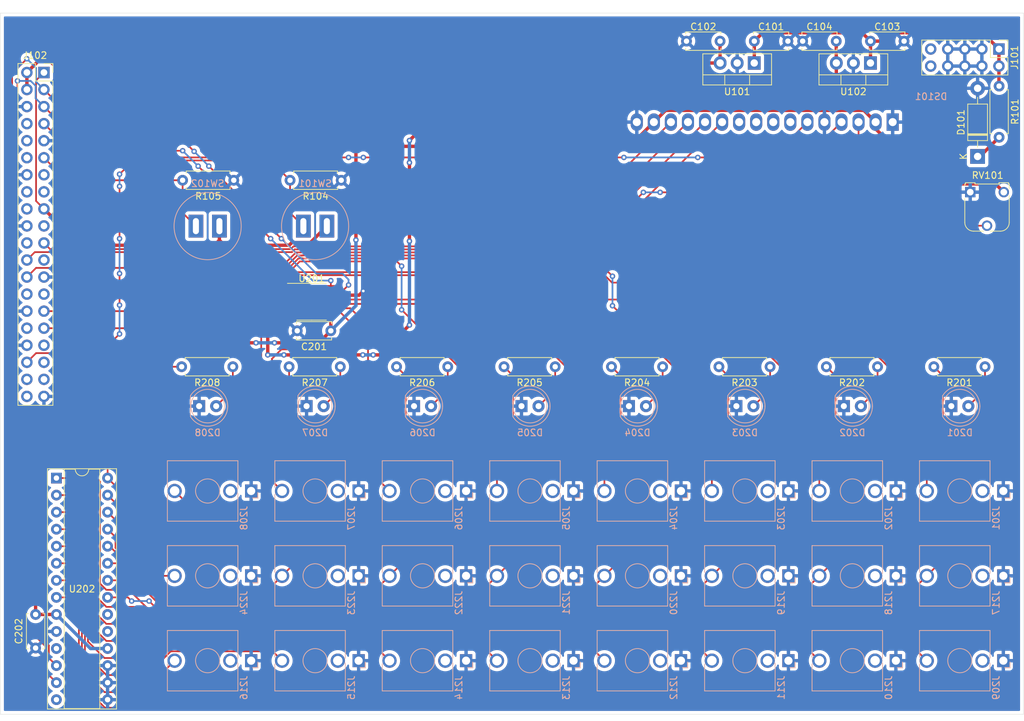
<source format=kicad_pcb>
(kicad_pcb (version 20211014) (generator pcbnew)
  (layers (0 "F.Cu" signal) (31 "B.Cu" signal) (34 "B.Paste" user) (35 "F.Paste" user) (36 "B.SilkS" user "B.Silkscreen") (37 "F.SilkS" user "F.Silkscreen") (38 "B.Mask" user) (39 "F.Mask" user) (44 "Edge.Cuts" user))
  (net 0 "")
  (net 1 "GND")
  (net 2 "+5V")
  (net 3 "Net-(D201-Pad2)")
  (net 4 "Net-(D202-Pad2)")
  (net 5 "Net-(D203-Pad2)")
  (net 6 "Net-(D204-Pad2)")
  (net 7 "Net-(D205-Pad2)")
  (net 8 "Net-(D206-Pad2)")
  (net 9 "Net-(D207-Pad2)")
  (net 10 "Net-(D208-Pad2)")
  (net 11 "Net-(DS101-Pad3)")
  (net 12 "Net-(DS101-Pad4)")
  (net 13 "Net-(DS101-Pad6)")
  (net 18 "Net-(DS101-Pad11)")
  (net 19 "Net-(DS101-Pad12)")
  (net 20 "Net-(DS101-Pad13)")
  (net 21 "Net-(DS101-Pad14)")
  (net 22 "+3V3")
  (net 23 "/Out/SDA")
  (net 24 "/Out/SCK")
  (net 27 "Net-(J102-Pad11)")
  (net 41 "Net-(J102-Pad36)")
  (net 46 "Net-(J201-PadT)")
  (net 48 "Net-(J202-PadT)")
  (net 50 "Net-(J203-PadT)")
  (net 52 "Net-(J204-PadT)")
  (net 54 "Net-(J205-PadT)")
  (net 56 "Net-(J206-PadT)")
  (net 58 "Net-(J207-PadT)")
  (net 60 "Net-(J208-PadT)")
  (net 62 "Net-(J209-PadT)")
  (net 64 "Net-(J210-PadT)")
  (net 66 "Net-(J211-PadT)")
  (net 68 "Net-(J212-PadT)")
  (net 70 "Net-(J213-PadT)")
  (net 72 "Net-(J214-PadT)")
  (net 74 "Net-(J215-PadT)")
  (net 76 "Net-(J216-PadT)")
  (net 78 "Net-(J217-PadT)")
  (net 80 "Net-(J218-PadT)")
  (net 82 "Net-(J219-PadT)")
  (net 84 "Net-(J220-PadT)")
  (net 86 "Net-(J221-PadT)")
  (net 88 "Net-(J222-PadT)")
  (net 90 "Net-(J223-PadT)")
  (net 92 "Net-(J224-PadT)")
  (net 97 "+12V")
  (net 98 "+5VA")
  (net 99 "Net-(D101-Pad1)")
  (footprint "Package_DIP:DIP-28_W7.62mm_Socket" (layer "F.Cu") (at 86.230491 115.501651)
    (fp_text reference "U202")
    (fp_text value "MCP23017_SP")
  )
  (footprint "Package_SO:TSSOP-16_4.4x5mm_P0.65mm" (layer "F.Cu") (at 124.230491 89.226651)
    (fp_text reference "U201")
    (fp_text value "DAC7578xPW")
  )
  (footprint "Package_TO_SOT_THT:TO-220-3_Vertical" (layer "F.Cu") (at 190.14 53.655 180)
    (fp_text reference "U101")
    (fp_text value "LM7805_TO220")
  )
  (footprint "Resistor_THT:R_Axial_DIN0207_L6.3mm_D2.5mm_P7.62mm_Horizontal" (layer "F.Cu") (at 160.500491 98.912366 180)
    (fp_text reference "R205")
    (fp_text value "1k")
  )
  (footprint "Resistor_THT:R_Axial_DIN0207_L6.3mm_D2.5mm_P7.62mm_Horizontal" (layer "F.Cu") (at 226.6 57.1 -90)
    (fp_text reference "R101")
    (fp_text value "10")
  )
  (footprint "Capacitor_THT:C_Disc_D5.0mm_W2.5mm_P5.00mm" (layer "F.Cu") (at 185.05 50.4 180)
    (fp_text reference "C102")
    (fp_text value "1u")
  )
  (footprint "Resistor_THT:R_Axial_DIN0207_L6.3mm_D2.5mm_P7.62mm_Horizontal" (layer "F.Cu") (at 112.500491 98.912366 180)
    (fp_text reference "R208")
    (fp_text value "1k")
  )
  (footprint "Resistor_THT:R_Axial_DIN0207_L6.3mm_D2.5mm_P7.62mm_Horizontal" (layer "F.Cu") (at 144.500491 98.912366 180)
    (fp_text reference "R206")
    (fp_text value "1k")
  )
  (footprint "Resistor_THT:R_Axial_DIN0207_L6.3mm_D2.5mm_P7.62mm_Horizontal" (layer "F.Cu") (at 128.500491 98.912366 180)
    (fp_text reference "R207")
    (fp_text value "1k")
  )
  (footprint "Custom:Potentiometer_Runtron_RM-065_Vertical_Improved" (layer "F.Cu") (at 222.3 72.9)
    (fp_text reference "RV101")
    (fp_text value "10k")
  )
  (footprint "Resistor_THT:R_Axial_DIN0207_L6.3mm_D2.5mm_P7.62mm_Horizontal" (layer "F.Cu") (at 224.500491 98.912366 180)
    (fp_text reference "R201")
    (fp_text value "1k")
  )
  (footprint "Resistor_THT:R_Axial_DIN0207_L6.3mm_D2.5mm_P7.62mm_Horizontal" (layer "F.Cu") (at 192.500491 98.912366 180)
    (fp_text reference "R203")
    (fp_text value "1k")
  )
  (footprint "Resistor_THT:R_Axial_DIN0207_L6.3mm_D2.5mm_P7.62mm_Horizontal" (layer "F.Cu") (at 128.640491 71.126651 180)
    (fp_text reference "R104")
    (fp_text value "1k")
  )
  (footprint "Resistor_THT:R_Axial_DIN0207_L6.3mm_D2.5mm_P7.62mm_Horizontal" (layer "F.Cu") (at 176.500491 98.912366 180)
    (fp_text reference "R204")
    (fp_text value "1k")
  )
  (footprint "Capacitor_THT:C_Disc_D5.0mm_W2.5mm_P5.00mm" (layer "F.Cu") (at 190.15 50.4)
    (fp_text reference "C101")
    (fp_text value "1u")
  )
  (footprint "Package_TO_SOT_THT:TO-220-3_Vertical" (layer "F.Cu") (at 207.44 53.655 180)
    (fp_text reference "U102")
    (fp_text value "LM7805_TO220")
  )
  (footprint "Capacitor_THT:C_Disc_D5.0mm_W2.5mm_P5.00mm" (layer "F.Cu") (at 202.35 50.4 180)
    (fp_text reference "C104")
    (fp_text value "1u")
  )
  (footprint "Capacitor_THT:C_Disc_D5.0mm_W2.5mm_P5.00mm" (layer "F.Cu") (at 207.45 50.4)
    (fp_text reference "C103")
    (fp_text value "1u")
  )
  (footprint "Capacitor_THT:C_Disc_D5.0mm_W2.5mm_P5.00mm" (layer "F.Cu") (at 83.130491 140.826651 90)
    (fp_text reference "C202")
    (fp_text value "0.1u")
  )
  (footprint "Connector_PinHeader_2.54mm:PinHeader_2x05_P2.54mm_Vertical" (layer "F.Cu") (at 226.575 51.575 -90)
    (fp_text reference "J101")
    (fp_text value "Conn_02x05_Odd_Even")
  )
  (footprint "Resistor_THT:R_Axial_DIN0207_L6.3mm_D2.5mm_P7.62mm_Horizontal" (layer "F.Cu") (at 112.640491 71.126651 180)
    (fp_text reference "R105")
    (fp_text value "1k")
  )
  (footprint "Diode_THT:D_DO-41_SOD81_P10.16mm_Horizontal" (layer "F.Cu") (at 223.4 67.58 90)
    (fp_text reference "D101")
    (fp_text value "1N5819")
  )
  (footprint "Capacitor_THT:C_Disc_D5.0mm_W2.5mm_P5.00mm" (layer "F.Cu") (at 122.090491 93.556651)
    (fp_text reference "C201")
    (fp_text value "0.1u")
  )
  (footprint "Resistor_THT:R_Axial_DIN0207_L6.3mm_D2.5mm_P7.62mm_Horizontal" (layer "F.Cu") (at 208.500491 98.912366 180)
    (fp_text reference "R202")
    (fp_text value "1k")
  )
  (footprint "Custom:Raspberry_Pi_Zero_Socketed_THT_FaceDown" (layer "F.Cu") (at 84.375491 55.071651)
    (fp_text reference "J102")
    (fp_text value "Raspberry_Pi_2_3")
  )
  (footprint "Connector_Audio:Jack_3.5mm_QingPu_WQP-PJ398SM_Vertical_CircularHoles" (layer "B.Cu") (at 179.230491 117.426651 90)
    (fp_text reference "J204")
    (fp_text value "AudioJack2_SwitchT")
  )
  (footprint "Connector_Audio:Jack_3.5mm_QingPu_WQP-PJ398SM_Vertical_CircularHoles" (layer "B.Cu") (at 163.230491 130.069508 90)
    (fp_text reference "J221")
    (fp_text value "AudioJack2_SwitchT")
  )
  (footprint "LED_THT:LED_D5.0mm" (layer "B.Cu") (at 171.480491 104.783794)
    (fp_text reference "D204")
    (fp_text value "LED")
  )
  (footprint "Connector_Audio:Jack_3.5mm_QingPu_WQP-PJ398SM_Vertical_CircularHoles" (layer "B.Cu") (at 131.230491 130.069508 90)
    (fp_text reference "J223")
    (fp_text value "AudioJack2_SwitchT")
  )
  (footprint "Connector_Audio:Jack_3.5mm_QingPu_WQP-PJ398SM_Vertical_CircularHoles" (layer "B.Cu") (at 179.230491 130.069508 90)
    (fp_text reference "J220")
    (fp_text value "AudioJack2_SwitchT")
  )
  (footprint "Connector_Audio:Jack_3.5mm_QingPu_WQP-PJ398SM_Vertical_CircularHoles" (layer "B.Cu") (at 179.230491 142.712365 90)
    (fp_text reference "J212")
    (fp_text value "AudioJack2_SwitchT")
  )
  (footprint "Connector_Audio:Jack_3.5mm_QingPu_WQP-PJ398SM_Vertical_CircularHoles" (layer "B.Cu") (at 163.230491 142.712365 90)
    (fp_text reference "J213")
    (fp_text value "AudioJack2_SwitchT")
  )
  (footprint "Connector_Audio:Jack_3.5mm_QingPu_WQP-PJ398SM_Vertical_CircularHoles" (layer "B.Cu") (at 227.230491 130.069508 90)
    (fp_text reference "J217")
    (fp_text value "AudioJack2_SwitchT")
  )
  (footprint "Connector_Audio:Jack_3.5mm_QingPu_WQP-PJ398SM_Vertical_CircularHoles" (layer "B.Cu") (at 195.230491 142.712365 90)
    (fp_text reference "J211")
    (fp_text value "AudioJack2_SwitchT")
  )
  (footprint "Connector_Audio:Jack_3.5mm_QingPu_WQP-PJ398SM_Vertical_CircularHoles" (layer "B.Cu") (at 163.230491 117.426651 90)
    (fp_text reference "J205")
    (fp_text value "AudioJack2_SwitchT")
  )
  (footprint "LED_THT:LED_D5.0mm" (layer "B.Cu") (at 155.480491 104.783794)
    (fp_text reference "D205")
    (fp_text value "LED")
  )
  (footprint "Connector_Audio:Jack_3.5mm_QingPu_WQP-PJ398SM_Vertical_CircularHoles" (layer "B.Cu") (at 211.230491 130.069508 90)
    (fp_text reference "J218")
    (fp_text value "AudioJack2_SwitchT")
  )
  (footprint "LED_THT:LED_D5.0mm" (layer "B.Cu") (at 123.480491 104.783794)
    (fp_text reference "D207")
    (fp_text value "LED")
  )
  (footprint "Custom:PBS-105" (layer "B.Cu") (at 124.750491 77.962365 180)
    (fp_text reference "SW101")
    (fp_text value "SW_SPST")
  )
  (footprint "Connector_Audio:Jack_3.5mm_QingPu_WQP-PJ398SM_Vertical_CircularHoles" (layer "B.Cu") (at 115.230491 142.712365 90)
    (fp_text reference "J216")
    (fp_text value "AudioJack2_SwitchT")
  )
  (footprint "Connector_Audio:Jack_3.5mm_QingPu_WQP-PJ398SM_Vertical_CircularHoles" (layer "B.Cu") (at 227.230491 117.426651 90)
    (fp_text reference "J201")
    (fp_text value "AudioJack2_SwitchT")
  )
  (footprint "LED_THT:LED_D5.0mm" (layer "B.Cu") (at 219.480491 104.783794)
    (fp_text reference "D201")
    (fp_text value "LED")
  )
  (footprint "Connector_Audio:Jack_3.5mm_QingPu_WQP-PJ398SM_Vertical_CircularHoles" (layer "B.Cu") (at 131.230491 142.712365 90)
    (fp_text reference "J215")
    (fp_text value "AudioJack2_SwitchT")
  )
  (footprint "Connector_Audio:Jack_3.5mm_QingPu_WQP-PJ398SM_Vertical_CircularHoles" (layer "B.Cu") (at 131.230491 117.426651 90)
    (fp_text reference "J207")
    (fp_text value "AudioJack2_SwitchT")
  )
  (footprint "Connector_Audio:Jack_3.5mm_QingPu_WQP-PJ398SM_Vertical_CircularHoles" (layer "B.Cu") (at 211.230491 142.712365 90)
    (fp_text reference "J210")
    (fp_text value "AudioJack2_SwitchT")
  )
  (footprint "Connector_Audio:Jack_3.5mm_QingPu_WQP-PJ398SM_Vertical_CircularHoles" (layer "B.Cu") (at 147.230491 117.426651 90)
    (fp_text reference "J206")
    (fp_text value "AudioJack2_SwitchT")
  )
  (footprint "Connector_Audio:Jack_3.5mm_QingPu_WQP-PJ398SM_Vertical_CircularHoles" (layer "B.Cu") (at 115.230491 130.069508 90)
    (fp_text reference "J224")
    (fp_text value "AudioJack2_SwitchT")
  )
  (footprint "Connector_Audio:Jack_3.5mm_QingPu_WQP-PJ398SM_Vertical_CircularHoles" (layer "B.Cu") (at 115.230491 117.426651 90)
    (fp_text reference "J208")
    (fp_text value "AudioJack2_SwitchT")
  )
  (footprint "Connector_Audio:Jack_3.5mm_QingPu_WQP-PJ398SM_Vertical_CircularHoles" (layer "B.Cu") (at 211.230491 117.426651 90)
    (fp_text reference "J202")
    (fp_text value "AudioJack2_SwitchT")
  )
  (footprint "Connector_Audio:Jack_3.5mm_QingPu_WQP-PJ398SM_Vertical_CircularHoles" (layer "B.Cu") (at 147.230491 142.712365 90)
    (fp_text reference "J214")
    (fp_text value "AudioJack2_SwitchT")
  )
  (footprint "Connector_Audio:Jack_3.5mm_QingPu_WQP-PJ398SM_Vertical_CircularHoles" (layer "B.Cu") (at 195.230491 117.426651 90)
    (fp_text reference "J203")
    (fp_text value "AudioJack2_SwitchT")
  )
  (footprint "Connector_Audio:Jack_3.5mm_QingPu_WQP-PJ398SM_Vertical_CircularHoles" (layer "B.Cu") (at 147.230491 130.069508 90)
    (fp_text reference "J222")
    (fp_text value "AudioJack2_SwitchT")
  )
  (footprint "Custom:PBS-105" (layer "B.Cu") (at 108.750491 77.962365 180)
    (fp_text reference "SW102")
    (fp_text value "SW_SPST")
  )
  (footprint "Connector_Audio:Jack_3.5mm_QingPu_WQP-PJ398SM_Vertical_CircularHoles" (layer "B.Cu") (at 195.230491 130.069508 90)
    (fp_text reference "J219")
    (fp_text value "AudioJack2_SwitchT")
  )
  (footprint "LED_THT:LED_D5.0mm" (layer "B.Cu") (at 107.480491 104.783794)
    (fp_text reference "D208")
    (fp_text value "LED")
  )
  (footprint "LED_THT:LED_D5.0mm" (layer "B.Cu") (at 187.480491 104.783794)
    (fp_text reference "D203")
    (fp_text value "LED")
  )
  (footprint "Custom:WC1602A_Outline" (layer "B.Cu") (at 210.751391 62.462366 180)
    (fp_text reference "DS101")
    (fp_text value "WC1602A")
  )
  (footprint "LED_THT:LED_D5.0mm" (layer "B.Cu") (at 139.480491 104.783794)
    (fp_text reference "D206")
    (fp_text value "LED")
  )
  (footprint "LED_THT:LED_D5.0mm" (layer "B.Cu") (at 203.480491 104.783794)
    (fp_text reference "D202")
    (fp_text value "LED")
  )
  (footprint "Connector_Audio:Jack_3.5mm_QingPu_WQP-PJ398SM_Vertical_CircularHoles" (layer "B.Cu") (at 227.230491 142.712365 90)
    (fp_text reference "J209")
    (fp_text value "AudioJack2_SwitchT")
  )
  (gr_line (start 77.900491 150.712365) (end 230.230491 150.712365) (layer "Edge.Cuts") (width 0.05))
  (gr_line (start 230.230491 46.212365) (end 230.230491 150.712365) (layer "Edge.Cuts") (width 0.05))
  (gr_line (start 77.900491 46.212365) (end 230.230491 46.212365) (layer "Edge.Cuts") (width 0.05))
  (gr_line (start 77.900491 46.212365) (end 77.900491 150.712365) (layer "Edge.Cuts") (width 0.05))
  (segment (start 125.455491 88.251651) (end 124.930491 87.726651) (width 0.5) (layer "F.Cu") (net 1))
  (segment (start 131.305491 88.251651) (end 127.092991 88.251651) (width 0.5) (layer "F.Cu") (net 1))
  (segment (start 124.930491 87.726651) (end 124.405491 88.251651) (width 0.5) (layer "F.Cu") (net 1))
  (segment (start 124.155491 86.951651) (end 121.367991 86.951651) (width 0.5) (layer "F.Cu") (net 1))
  (segment (start 127.092991 88.251651) (end 125.455491 88.251651) (width 0.5) (layer "F.Cu") (net 1))
  (segment (start 124.205491 88.251651) (end 123.221899 88.251651) (width 0.5) (layer "F.Cu") (net 1))
  (segment (start 125.455491 88.251651) (end 124.205491 88.251651) (width 0.5) (layer "F.Cu") (net 1))
  (segment (start 131.930491 87.626651) (end 131.305491 88.251651) (width 0.5) (layer "F.Cu") (net 1))
  (segment (start 124.930491 87.726651) (end 124.155491 86.951651) (width 0.5) (layer "F.Cu") (net 1))
  (segment (start 124.405491 88.251651) (end 124.205491 88.251651) (width 0.5) (layer "F.Cu") (net 1))
  (segment (start 122.522379 87.552131) (end 121.367991 87.552131) (width 0.5) (layer "F.Cu") (net 1))
  (segment (start 123.221899 88.251651) (end 122.522379 87.552131) (width 0.5) (layer "F.Cu") (net 1))
  (via (at 131.930491 87.626651) (size 0.8) (drill 0.4) (layers "F.Cu" "B.Cu") (net 1))
  (segment (start 134.130491 89.426651) (end 128.75098 94.806162) (width 0.5) (layer "B.Cu") (net 1))
  (segment (start 128.75098 94.806162) (end 123.340002 94.806162) (width 0.5) (layer "B.Cu") (net 1))
  (segment (start 131.930491 87.626651) (end 133.330491 87.626651) (width 0.5) (layer "B.Cu") (net 1))
  (segment (start 133.330491 87.626651) (end 134.130491 88.426651) (width 0.5) (layer "B.Cu") (net 1))
  (segment (start 134.130491 88.426651) (end 134.130491 89.426651) (width 0.5) (layer "B.Cu") (net 1))
  (segment (start 123.340002 94.806162) (end 122.090491 93.556651) (width 0.5) (layer "B.Cu") (net 1))
  (segment (start 130.830491 66.125673) (end 130.880002 66.076162) (width 0.5) (layer "F.Cu") (net 2))
  (segment (start 130.180002 66.076162) (end 130.080002 66.076162) (width 0.5) (layer "F.Cu") (net 2))
  (segment (start 83.507142 53.4) (end 85.302862 53.4) (width 0.5) (layer "F.Cu") (net 2))
  (segment (start 130.880002 66.076162) (end 130.080002 66.076162) (width 0.5) (layer "F.Cu") (net 2))
  (segment (start 101.130491 95.519509) (end 101.2 95.45) (width 0.5) (layer "F.Cu") (net 2))
  (segment (start 202.36 59.86) (end 202.36 60.11) (width 0.5) (layer "F.Cu") (net 2))
  (segment (start 202.36 60.16) (end 202.34 60.16) (width 0.5) (layer "F.Cu") (net 2))
  (segment (start 83.130491 135.826651) (end 83.130491 113.526651) (width 0.5) (layer "F.Cu") (net 2))
  (segment (start 201.787154 60.712846) (end 202.387154 60.712846) (width 0.5) (layer "F.Cu") (net 2))
  (segment (start 101.3 95.35) (end 115.95 95.35) (width 0.5) (layer "F.Cu") (net 2))
  (segment (start 122.232629 88.251651) (end 125.482629 91.501651) (width 0.5) (layer "F.Cu") (net 2))
  (segment (start 208.211391 62.462366) (end 208.211391 63.462366) (width 0.5) (layer "F.Cu") (net 2))
  (segment (start 202.36 59.86) (end 202.36 60.16) (width 0.5) (layer "F.Cu") (net 2))
  (segment (start 175.191391 62.462366) (end 171.577595 66.076162) (width 0.5) (layer "F.Cu") (net 2))
  (segment (start 202.35 50.4) (end 202.35 53.645) (width 0.5) (layer "F.Cu") (net 2))
  (segment (start 101.130491 95.526651) (end 101.130491 95.519509) (width 0.5) (layer "F.Cu") (net 2))
  (segment (start 171.577595 66.076162) (end 131.48098 66.076162) (width 0.5) (layer "F.Cu") (net 2))
  (segment (start 226.075489 71.675489) (end 227.3 72.9) (width 0.5) (layer "F.Cu") (net 2))
  (segment (start 202.962846 60.712846) (end 206.461871 60.712846) (width 0.5) (layer "F.Cu") (net 2))
  (segment (start 130.830491 80.026651) (end 130.830491 66.726651) (width 0.5) (layer "F.Cu") (net 2))
  (segment (start 127.090491 93.556651) (end 127.090491 91.504151) (width 0.5) (layer "F.Cu") (net 2))
  (segment (start 176.940911 60.712846) (end 175.191391 62.462366) (width 0.5) (layer "F.Cu") (net 2))
  (segment (start 202.36 60.685692) (end 202.387154 60.712846) (width 0.5) (layer "F.Cu") (net 2))
  (segment (start 113.99384 63.9) (end 116.170002 66.076162) (width 0.5) (layer "F.Cu") (net 2))
  (segment (start 125.482629 91.501651) (end 127.092991 91.501651) (width 0.5) (layer "F.Cu") (net 2))
  (segment (start 121.367991 88.251651) (end 122.232629 88.251651) (width 0.5) (layer "F.Cu") (net 2))
  (segment (start 206.461871 60.712846) (end 208.211391 62.462366) (width 0.5) (layer "F.Cu") (net 2))
  (segment (start 101.2 95.45) (end 101.3 95.35) (width 0.5) (layer "F.Cu") (net 2))
  (segment (start 130.830491 66.726651) (end 130.180002 66.076162) (width 0.5) (layer "F.Cu") (net 2))
  (segment (start 85.302862 53.4) (end 95.802862 63.9) (width 0.5) (layer "F.Cu") (net 2))
  (segment (start 125.297142 95.35) (end 127.090491 93.556651) (width 0.5) (layer "F.Cu") (net 2))
  (segment (start 130.830491 66.726651) (end 131.48098 66.076162) (width 0.5) (layer "F.Cu") (net 2))
  (segment (start 81.835491 55.071651) (end 81.835491 57.611651) (width 0.5) (layer "F.Cu") (net 2))
  (segment (start 118.7 95.35) (end 125.297142 95.35) (width 0.5) (layer "F.Cu") (net 2))
  (segment (start 83.130491 113.526651) (end 100.630491 96.026651) (width 0.5) (layer "F.Cu") (net 2))
  (segment (start 131.48098 66.076162) (end 130.880002 66.076162) (width 0.5) (layer "F.Cu") (net 2))
  (segment (start 116.170002 66.076162) (end 130.080002 66.076162) (width 0.5) (layer "F.Cu") (net 2))
  (segment (start 208.211391 63.462366) (end 216.424514 71.675489) (width 0.5) (layer "F.Cu") (net 2))
  (segment (start 202.34 60.16) (end 201.787154 60.712846) (width 0.5) (layer "F.Cu") (net 2))
  (segment (start 176.940911 60.712846) (end 201.787154 60.712846) (width 0.5) (layer "F.Cu") (net 2))
  (segment (start 202.36 60.11) (end 202.962846 60.712846) (width 0.5) (layer "F.Cu") (net 2))
  (segment (start 202.36 53.655) (end 202.36 59.86) (width 0.5) (layer "F.Cu") (net 2))
  (segment (start 202.387154 60.712846) (end 202.962846 60.712846) (width 0.5) (layer "F.Cu") (net 2))
  (segment (start 83.130491 135.826651) (end 86.225491 135.826651) (width 0.5) (layer "F.Cu") (net 2))
  (segment (start 86.225491 135.826651) (end 86.230491 135.821651) (width 0.5) (layer "F.Cu") (net 2))
  (segment (start 202.35 53.645) (end 202.36 53.655) (width 0.5) (layer "F.Cu") (net 2))
  (segment (start 95.802862 63.9) (end 113.99384 63.9) (width 0.5) (layer "F.Cu") (net 2))
  (segment (start 130.830491 66.726651) (end 130.830491 66.125673) (width 0.5) (layer "F.Cu") (net 2))
  (segment (start 127.090491 91.504151) (end 127.092991 91.501651) (width 0.5) (layer "F.Cu") (net 2))
  (segment (start 100.630491 96.026651) (end 101.130491 95.526651) (width 0.5) (layer "F.Cu") (net 2))
  (segment (start 81.835491 55.071651) (end 83.507142 53.4) (width 0.5) (layer "F.Cu") (net 2))
  (segment (start 202.36 60.16) (end 202.36 60.685692) (width 0.5) (layer "F.Cu") (net 2))
  (segment (start 216.424514 71.675489) (end 226.075489 71.675489) (width 0.5) (layer "F.Cu") (net 2))
  (via (at 115.95 95.35) (size 0.8) (drill 0.4) (layers "F.Cu" "B.Cu") (net 2))
  (via (at 118.7 95.35) (size 0.8) (drill 0.4) (layers "F.Cu" "B.Cu") (net 2))
  (via (at 130.830491 80.026651) (size 0.8) (drill 0.4) (layers "F.Cu" "B.Cu") (net 2))
  (segment (start 91.310491 140.901651) (end 86.230491 135.821651) (width 0.5) (layer "B.Cu") (net 2))
  (segment (start 130.830491 89.816651) (end 130.830491 88.726651) (width 0.5) (layer "B.Cu") (net 2))
  (segment (start 130.830491 88.726651) (end 130.830491 80.026651) (width 0.5) (layer "B.Cu") (net 2))
  (segment (start 127.090491 93.556651) (end 130.830491 89.816651) (width 0.5) (layer "B.Cu") (net 2))
  (segment (start 93.850491 140.901651) (end 91.310491 140.901651) (width 0.5) (layer "B.Cu") (net 2))
  (segment (start 115.95 95.35) (end 118.7 95.35) (width 0.5) (layer "B.Cu") (net 2))
  (segment (start 224.500491 98.912366) (end 224.500491 102.303794) (width 0.25) (layer "F.Cu") (net 3))
  (segment (start 224.500491 102.303794) (end 222.020491 104.783794) (width 0.25) (layer "F.Cu") (net 3))
  (segment (start 208.500491 98.912366) (end 208.500491 102.303794) (width 0.25) (layer "F.Cu") (net 4))
  (segment (start 208.500491 102.303794) (end 206.020491 104.783794) (width 0.25) (layer "F.Cu") (net 4))
  (segment (start 192.500491 102.303794) (end 190.020491 104.783794) (width 0.25) (layer "F.Cu") (net 5))
  (segment (start 192.500491 98.912366) (end 192.500491 102.303794) (width 0.25) (layer "F.Cu") (net 5))
  (segment (start 176.500491 98.912366) (end 176.500491 102.303794) (width 0.25) (layer "F.Cu") (net 6))
  (segment (start 176.500491 102.303794) (end 174.020491 104.783794) (width 0.25) (layer "F.Cu") (net 6))
  (segment (start 160.500491 98.912366) (end 160.500491 102.303794) (width 0.25) (layer "F.Cu") (net 7))
  (segment (start 160.500491 102.303794) (end 158.020491 104.783794) (width 0.25) (layer "F.Cu") (net 7))
  (segment (start 144.500491 102.303794) (end 142.020491 104.783794) (width 0.25) (layer "F.Cu") (net 8))
  (segment (start 144.500491 98.912366) (end 144.500491 102.303794) (width 0.25) (layer "F.Cu") (net 8))
  (segment (start 128.500491 98.912366) (end 128.500491 102.303794) (width 0.25) (layer "F.Cu") (net 9))
  (segment (start 128.500491 102.303794) (end 126.020491 104.783794) (width 0.25) (layer "F.Cu") (net 9))
  (segment (start 112.500491 98.912366) (end 112.500491 102.303794) (width 0.25) (layer "F.Cu") (net 10))
  (segment (start 112.500491 102.303794) (end 110.020491 104.783794) (width 0.25) (layer "F.Cu") (net 10))
  (segment (start 205.671391 62.462366) (end 205.671391 65.671391) (width 0.25) (layer "F.Cu") (net 11))
  (segment (start 205.671391 65.671391) (end 217.9 77.9) (width 0.25) (layer "F.Cu") (net 11))
  (segment (start 217.9 77.9) (end 224.8 77.9) (width 0.25) (layer "F.Cu") (net 11))
  (segment (start 160.330491 82.327611) (end 164.229531 82.327611) (width 0.25) (layer "F.Cu") (net 12))
  (segment (start 122.087621 82.326651) (end 122.840491 82.326651) (width 0.25) (layer "F.Cu") (net 12))
  (segment (start 122.840491 82.326651) (end 122.841451 82.327611) (width 0.25) (layer "F.Cu") (net 12))
  (segment (start 176.130491 72.926651) (end 192.667106 72.926651) (width 0.25) (layer "F.Cu") (net 12))
  (segment (start 84.375491 90.631651) (end 113.782622 90.631651) (width 0.25) (layer "F.Cu") (net 12))
  (segment (start 114.889056 89.525216) (end 122.087621 82.326651) (width 0.25) (layer "F.Cu") (net 12))
  (segment (start 122.841451 82.327611) (end 160.330491 82.327611) (width 0.25) (layer "F.Cu") (net 12))
  (segment (start 113.782622 90.631651) (end 114.889056 89.525216) (width 0.25) (layer "F.Cu") (net 12))
  (segment (start 164.229531 82.327611) (end 173.630491 72.926651) (width 0.25) (layer "F.Cu") (net 12))
  (segment (start 192.667106 72.926651) (end 203.131391 62.462366) (width 0.25) (layer "F.Cu") (net 12))
  (via (at 176.130491 72.926651) (size 0.8) (drill 0.4) (layers "F.Cu" "B.Cu") (net 12))
  (via (at 173.630491 72.926651) (size 0.8) (drill 0.4) (layers "F.Cu" "B.Cu") (net 12))
  (segment (start 173.630491 72.926651) (end 176.130491 72.926651) (width 0.25) (layer "B.Cu") (net 12))
  (segment (start 129.730491 67.726651) (end 89.410491 67.726651) (width 0.25) (layer "F.Cu") (net 13))
  (segment (start 170.730491 67.726651) (end 131.930491 67.726651) (width 0.25) (layer "F.Cu") (net 13))
  (segment (start 192.787106 67.726651) (end 198.051391 62.462366) (width 0.25) (layer "F.Cu") (net 13))
  (segment (start 84.375491 62.691651) (end 89.410491 67.726651) (width 0.25) (layer "F.Cu") (net 13))
  (segment (start 181.730491 67.726651) (end 192.787106 67.726651) (width 0.25) (layer "F.Cu") (net 13))
  (via (at 131.930491 67.726651) (size 0.8) (drill 0.4) (layers "F.Cu" "B.Cu") (net 13))
  (via (at 170.730491 67.726651) (size 0.8) (drill 0.4) (layers "F.Cu" "B.Cu") (net 13))
  (via (at 181.730491 67.726651) (size 0.8) (drill 0.4) (layers "F.Cu" "B.Cu") (net 13))
  (via (at 129.730491 67.726651) (size 0.8) (drill 0.4) (layers "F.Cu" "B.Cu") (net 13))
  (segment (start 170.730491 67.726651) (end 181.730491 67.726651) (width 0.25) (layer "B.Cu") (net 13))
  (segment (start 131.930491 67.726651) (end 129.730491 67.726651) (width 0.25) (layer "B.Cu") (net 13))
  (segment (start 165.036626 82.777131) (end 185.351391 62.462366) (width 0.25) (layer "F.Cu") (net 18))
  (segment (start 122.272859 82.777131) (end 165.036626 82.777131) (width 0.25) (layer "F.Cu") (net 18))
  (segment (start 111.87834 93.171651) (end 122.272859 82.777131) (width 0.25) (layer "F.Cu") (net 18))
  (segment (start 84.375491 93.171651) (end 111.87834 93.171651) (width 0.25) (layer "F.Cu") (net 18))
  (segment (start 122.951451 81.878091) (end 163.395666 81.878091) (width 0.25) (layer "F.Cu") (net 19))
  (segment (start 122.950491 81.877131) (end 122.951451 81.878091) (width 0.25) (layer "F.Cu") (net 19))
  (segment (start 83.20098 84.186162) (end 119.592392 84.186162) (width 0.25) (layer "F.Cu") (net 19))
  (segment (start 81.835491 85.551651) (end 83.20098 84.186162) (width 0.25) (layer "F.Cu") (net 19))
  (segment (start 119.592392 84.186162) (end 121.901424 81.877131) (width 0.25) (layer "F.Cu") (net 19))
  (segment (start 163.395666 81.878091) (end 182.811391 62.462366) (width 0.25) (layer "F.Cu") (net 19))
  (segment (start 121.901424 81.877131) (end 122.950491 81.877131) (width 0.25) (layer "F.Cu") (net 19))
  (segment (start 155.520491 81.428571) (end 161.305186 81.428571) (width 0.25) (layer "F.Cu") (net 20))
  (segment (start 161.305186 81.428571) (end 180.271391 62.462366) (width 0.25) (layer "F.Cu") (net 20))
  (segment (start 121.305697 81.83714) (end 121.715227 81.427611) (width 0.25) (layer "F.Cu") (net 20))
  (segment (start 81.835491 83.011651) (end 83.010002 81.83714) (width 0.25) (layer "F.Cu") (net 20))
  (segment (start 83.010002 81.83714) (end 121.305697 81.83714) (width 0.25) (layer "F.Cu") (net 20))
  (segment (start 121.715227 81.427611) (end 155.519531 81.427611) (width 0.25) (layer "F.Cu") (net 20))
  (segment (start 155.519531 81.427611) (end 155.520491 81.428571) (width 0.25) (layer "F.Cu") (net 20))
  (segment (start 85.46098 81.387131) (end 87.990002 81.387131) (width 0.25) (layer "F.Cu") (net 21))
  (segment (start 84.375491 80.471651) (end 85.29146 81.38762) (width 0.25) (layer "F.Cu") (net 21))
  (segment (start 87.990491 81.38762) (end 121.1195 81.38762) (width 0.25) (layer "F.Cu") (net 21))
  (segment (start 85.460491 81.38762) (end 85.46098 81.387131) (width 0.25) (layer "F.Cu") (net 21))
  (segment (start 87.990002 81.387131) (end 87.990491 81.38762) (width 0.25) (layer "F.Cu") (net 21))
  (segment (start 159.215666 80.978091) (end 177.731391 62.462366) (width 0.25) (layer "F.Cu") (net 21))
  (segment (start 122.560491 80.978091) (end 159.215666 80.978091) (width 0.25) (layer "F.Cu") (net 21))
  (segment (start 121.1195 81.38762) (end 121.529028 80.978092) (width 0.25) (layer "F.Cu") (net 21))
  (segment (start 121.529028 80.978092) (end 122.560491 80.978091) (width 0.25) (layer "F.Cu") (net 21))
  (segment (start 85.29146 81.38762) (end 85.460491 81.38762) (width 0.25) (layer "F.Cu") (net 21))
  (segment (start 120.881527 80.8131) (end 111.56694 80.8131) (width 0.5) (layer "F.Cu") (net 22))
  (segment (start 110.51694 80.8131) (end 109.74694 80.8131) (width 0.5) (layer "F.Cu") (net 22))
  (segment (start 110.493389 80.066651) (end 109.74694 80.8131) (width 0.5) (layer "F.Cu") (net 22))
  (segment (start 121.291053 80.403573) (end 120.881527 80.8131) (width 0.5) (layer "F.Cu") (net 22))
  (segment (start 83.20098 56.246162) (end 83.20098 74.21714) (width 0.25) (layer "F.Cu") (net 22))
  (segment (start 111.56694 80.8131) (end 110.51694 80.8131) (width 0.5) (layer "F.Cu") (net 22))
  (segment (start 110.500491 80.796651) (end 110.51694 80.8131) (width 0.5) (layer "F.Cu") (net 22))
  (segment (start 111.24694 80.8131) (end 111.56694 80.8131) (width 0.5) (layer "F.Cu") (net 22))
  (segment (start 110.500491 80.066651) (end 110.493389 80.066651) (width 0.5) (layer "F.Cu") (net 22))
  (segment (start 110.500491 80.066651) (end 111.24694 80.8131) (width 0.5) (layer "F.Cu") (net 22))
  (segment (start 124.059283 80.403573) (end 121.291053 80.403573) (width 0.5) (layer "F.Cu") (net 22))
  (segment (start 83.20098 74.21714) (end 84.375491 75.391651) (width 0.25) (layer "F.Cu") (net 22))
  (segment (start 110.500491 80.066651) (end 110.500491 80.796651) (width 0.5) (layer "F.Cu") (net 22))
  (segment (start 84.375491 55.071651) (end 83.20098 56.246162) (width 0.25) (layer "F.Cu") (net 22))
  (segment (start 89.79694 80.8131) (end 84.375491 75.391651) (width 0.5) (layer "F.Cu") (net 22))
  (segment (start 126.500491 77.962365) (end 124.059283 80.403573) (width 0.5) (layer "F.Cu") (net 22))
  (segment (start 109.74694 80.8131) (end 89.79694 80.8131) (width 0.5) (layer "F.Cu") (net 22))
  (segment (start 110.500491 77.962365) (end 110.500491 80.066651) (width 0.5) (layer "F.Cu") (net 22))
  (segment (start 84.65646 141.526651) (end 84.65646 140.62206) (width 0.25) (layer "F.Cu") (net 23))
  (segment (start 84.65646 140.62206) (end 82.545771 138.511371) (width 0.25) (layer "F.Cu") (net 23))
  (segment (start 79.630491 55.226651) (end 81.830491 53.026651) (width 0.25) (layer "F.Cu") (net 23))
  (segment (start 79.630491 56.526651) (end 79.630491 55.226651) (width 0.25) (layer "F.Cu") (net 23))
  (segment (start 84.375491 57.611651) (end 92.390491 65.626651) (width 0.25) (layer "F.Cu") (net 23))
  (segment (start 105.530491 65.626651) (end 106.730491 66.826651) (width 0.25) (layer "F.Cu") (net 23))
  (segment (start 128.855491 87.601651) (end 129.730491 86.726651) (width 0.25) (layer "F.Cu") (net 23))
  (segment (start 79.630491 135.596091) (end 79.630491 56.526651) (width 0.25) (layer "F.Cu") (net 23))
  (segment (start 82.545771 138.511371) (end 79.630491 135.596091) (width 0.25) (layer "F.Cu") (net 23))
  (segment (start 84.65646 144.40762) (end 84.65646 141.526651) (width 0.25) (layer "F.Cu") (net 23))
  (segment (start 93.030491 65.626651) (end 105.530491 65.626651) (width 0.25) (layer "F.Cu") (net 23))
  (segment (start 86.230491 145.981651) (end 84.65646 144.40762) (width 0.25) (layer "F.Cu") (net 23))
  (segment (start 108.930491 69.026651) (end 119.730491 79.826651) (width 0.25) (layer "F.Cu") (net 23))
  (segment (start 127.092991 87.601651) (end 128.855491 87.601651) (width 0.25) (layer "F.Cu") (net 23))
  (segment (start 92.390491 65.626651) (end 93.030491 65.626651) (width 0.25) (layer "F.Cu") (net 23))
  (via (at 81.830491 53.026651) (size 0.8) (drill 0.4) (layers "F.Cu" "B.Cu") (net 23))
  (via (at 119.730491 79.826651) (size 0.8) (drill 0.4) (layers "F.Cu" "B.Cu") (net 23))
  (via (at 106.730491 66.826651) (size 0.8) (drill 0.4) (layers "F.Cu" "B.Cu") (net 23))
  (via (at 129.730491 86.726651) (size 0.8) (drill 0.4) (layers "F.Cu" "B.Cu") (net 23))
  (via (at 108.930491 69.026651) (size 0.8) (drill 0.4) (layers "F.Cu" "B.Cu") (net 23))
  (segment (start 83.20098 56.43714) (end 84.375491 57.611651) (width 0.25) (layer "B.Cu") (net 23))
  (segment (start 81.830491 53.026651) (end 83.20098 54.39714) (width 0.25) (layer "B.Cu") (net 23))
  (segment (start 129.730491 86.726651) (end 129.730491 85.926651) (width 0.25) (layer "B.Cu") (net 23))
  (segment (start 83.20098 54.39714) (end 83.20098 56.43714) (width 0.25) (layer "B.Cu") (net 23))
  (segment (start 128.830491 85.026651) (end 124.930491 85.026651) (width 0.25) (layer "B.Cu") (net 23))
  (segment (start 124.930491 85.026651) (end 119.730491 79.826651) (width 0.25) (layer "B.Cu") (net 23))
  (segment (start 106.730491 66.826651) (end 108.730491 68.826651) (width 0.25) (layer "B.Cu") (net 23))
  (segment (start 129.730491 85.926651) (end 128.830491 85.026651) (width 0.25) (layer "B.Cu") (net 23))
  (segment (start 108.730491 68.826651) (end 108.930491 69.026651) (width 0.25) (layer "B.Cu") (net 23))
  (segment (start 107.330491 69.026651) (end 118.130491 79.826651) (width 0.25) (layer "F.Cu") (net 24))
  (segment (start 84.375491 60.151651) (end 90.950491 66.726651) (width 0.25) (layer "F.Cu") (net 24))
  (segment (start 90.950491 66.726651) (end 91.730491 66.726651) (width 0.25) (layer "F.Cu") (net 24))
  (segment (start 80.430491 135.760373) (end 80.430491 56.326651) (width 0.25) (layer "F.Cu") (net 24))
  (segment (start 86.230491 143.441651) (end 85.10598 142.31714) (width 0.25) (layer "F.Cu") (net 24))
  (segment (start 85.10598 140.435862) (end 80.430491 135.760373) (width 0.25) (layer "F.Cu") (net 24))
  (segment (start 91.730491 66.726651) (end 105.030491 66.726651) (width 0.25) (layer "F.Cu") (net 24))
  (segment (start 85.10598 142.31714) (end 85.10598 140.435862) (width 0.25) (layer "F.Cu") (net 24))
  (segment (start 127.092991 86.951651) (end 127.092991 86.079151) (width 0.25) (layer "F.Cu") (net 24))
  (segment (start 127.092991 86.079151) (end 127.090491 86.076651) (width 0.25) (layer "F.Cu") (net 24))
  (via (at 118.130491 79.826651) (size 0.8) (drill 0.4) (layers "F.Cu" "B.Cu") (net 24))
  (via (at 127.090491 86.076651) (size 0.8) (drill 0.4) (layers "F.Cu" "B.Cu") (net 24))
  (via (at 80.430491 56.326651) (size 0.8) (drill 0.4) (layers "F.Cu" "B.Cu") (net 24))
  (via (at 105.030491 66.726651) (size 0.8) (drill 0.4) (layers "F.Cu" "B.Cu") (net 24))
  (via (at 107.330491 69.026651) (size 0.8) (drill 0.4) (layers "F.Cu" "B.Cu") (net 24))
  (segment (start 80.430491 56.326651) (end 82.402479 56.326651) (width 0.25) (layer "B.Cu") (net 24))
  (segment (start 107.130491 68.826651) (end 107.330491 69.026651) (width 0.25) (layer "B.Cu") (net 24))
  (segment (start 83.130491 58.906651) (end 84.375491 60.151651) (width 0.25) (layer "B.Cu") (net 24))
  (segment (start 105.030491 66.726651) (end 107.130491 68.826651) (width 0.25) (layer "B.Cu") (net 24))
  (segment (start 82.402479 56.326651) (end 83.130491 57.054663) (width 0.25) (layer "B.Cu") (net 24))
  (segment (start 127.090491 86.076651) (end 124.380491 86.076651) (width 0.25) (layer "B.Cu") (net 24))
  (segment (start 83.130491 57.054663) (end 83.130491 58.906651) (width 0.25) (layer "B.Cu") (net 24))
  (segment (start 124.380491 86.076651) (end 118.130491 79.826651) (width 0.25) (layer "B.Cu") (net 24))
  (segment (start 105.020491 75.982365) (end 107.000491 77.962365) (width 0.25) (layer "F.Cu") (net 27))
  (segment (start 84.375491 67.771651) (end 87.730491 71.126651) (width 0.25) (layer "F.Cu") (net 27))
  (segment (start 87.730491 71.126651) (end 105.020491 71.126651) (width 0.25) (layer "F.Cu") (net 27))
  (segment (start 105.020491 71.126651) (end 105.020491 75.982365) (width 0.25) (layer "F.Cu") (net 27))
  (segment (start 95.630491 94.026651) (end 92.77098 96.886162) (width 0.25) (layer "F.Cu") (net 41))
  (segment (start 121.020491 71.126651) (end 118.070011 68.176171) (width 0.25) (layer "F.Cu") (net 41))
  (segment (start 95.630491 72.026651) (end 95.630491 79.826651) (width 0.25) (layer "F.Cu") (net 41))
  (segment (start 117.830491 68.176171) (end 97.680971 68.176171) (width 0.25) (layer "F.Cu") (net 41))
  (segment (start 121.020491 75.982365) (end 123.000491 77.962365) (width 0.25) (layer "F.Cu") (net 41))
  (segment (start 83.20098 96.886162) (end 81.835491 98.251651) (width 0.25) (layer "F.Cu") (net 41))
  (segment (start 92.77098 96.886162) (end 83.20098 96.886162) (width 0.25) (layer "F.Cu") (net 41))
  (segment (start 95.630491 85.026651) (end 95.630491 89.726651) (width 0.25) (layer "F.Cu") (net 41))
  (segment (start 97.680971 68.176171) (end 95.630491 70.226651) (width 0.25) (layer "F.Cu") (net 41))
  (segment (start 121.020491 71.126651) (end 121.020491 75.982365) (width 0.25) (layer "F.Cu") (net 41))
  (segment (start 118.070011 68.176171) (end 117.830491 68.176171) (width 0.25) (layer "F.Cu") (net 41))
  (via (at 95.630491 72.026651) (size 0.8) (drill 0.4) (layers "F.Cu" "B.Cu") (net 41))
  (via (at 95.630491 79.826651) (size 0.8) (drill 0.4) (layers "F.Cu" "B.Cu") (net 41))
  (via (at 95.630491 89.726651) (size 0.8) (drill 0.4) (layers "F.Cu" "B.Cu") (net 41))
  (via (at 95.630491 85.026651) (size 0.8) (drill 0.4) (layers "F.Cu" "B.Cu") (net 41))
  (via (at 95.630491 70.226651) (size 0.8) (drill 0.4) (layers "F.Cu" "B.Cu") (net 41))
  (via (at 95.630491 94.026651) (size 0.8) (drill 0.4) (layers "F.Cu" "B.Cu") (net 41))
  (segment (start 95.630491 70.226651) (end 95.630491 72.026651) (width 0.25) (layer "B.Cu") (net 41))
  (segment (start 95.630491 89.726651) (end 95.630491 94.026651) (width 0.25) (layer "B.Cu") (net 41))
  (segment (start 95.630491 79.826651) (end 95.630491 85.026651) (width 0.25) (layer "B.Cu") (net 41))
  (segment (start 168.956357 86.377131) (end 167.855397 85.276171) (width 0.25) (layer "F.Cu") (net 46))
  (segment (start 121.680971 85.276171) (end 120.130491 86.826651) (width 0.25) (layer "F.Cu") (net 46))
  (segment (start 197.555556 86.377131) (end 168.956357 86.377131) (width 0.25) (layer "F.Cu") (net 46))
  (segment (start 215.830491 104.652066) (end 197.555556 86.377131) (width 0.25) (layer "F.Cu") (net 46))
  (segment (start 120.130491 86.826651) (end 120.130491 88.352012) (width 0.25) (layer "F.Cu") (net 46))
  (segment (start 215.830491 117.426651) (end 215.830491 104.652066) (width 0.25) (layer "F.Cu") (net 46))
  (segment (start 120.130491 88.352012) (end 120.68013 88.901651) (width 0.25) (layer "F.Cu") (net 46))
  (segment (start 167.855397 85.276171) (end 121.680971 85.276171) (width 0.25) (layer "F.Cu") (net 46))
  (segment (start 120.68013 88.901651) (end 121.367991 88.901651) (width 0.25) (layer "F.Cu") (net 46))
  (segment (start 184.080076 88.901651) (end 127.092991 88.901651) (width 0.25) (layer "F.Cu") (net 48))
  (segment (start 199.830491 117.426651) (end 199.830491 104.652066) (width 0.25) (layer "F.Cu") (net 48))
  (segment (start 199.830491 104.652066) (end 184.080076 88.901651) (width 0.25) (layer "F.Cu") (net 48))
  (segment (start 169.030491 85.426651) (end 168.430491 84.826651) (width 0.25) (layer "F.Cu") (net 50))
  (segment (start 119.680971 89.077131) (end 120.155491 89.551651) (width 0.25) (layer "F.Cu") (net 50))
  (segment (start 183.830491 117.426651) (end 183.830491 104.626651) (width 0.25) (layer "F.Cu") (net 50))
  (segment (start 183.830491 104.626651) (end 169.030491 89.826651) (width 0.25) (layer "F.Cu") (net 50))
  (segment (start 121.494773 84.826651) (end 119.680971 86.640454) (width 0.25) (layer "F.Cu") (net 50))
  (segment (start 120.155491 89.551651) (end 121.367991 89.551651) (width 0.25) (layer "F.Cu") (net 50))
  (segment (start 168.430491 84.826651) (end 121.494773 84.826651) (width 0.25) (layer "F.Cu") (net 50))
  (segment (start 119.680971 86.640454) (end 119.680971 89.077131) (width 0.25) (layer "F.Cu") (net 50))
  (via (at 169.030491 85.426651) (size 0.8) (drill 0.4) (layers "F.Cu" "B.Cu") (net 50))
  (via (at 169.030491 89.826651) (size 0.8) (drill 0.4) (layers "F.Cu" "B.Cu") (net 50))
  (segment (start 169.030491 89.826651) (end 169.030491 85.426651) (width 0.25) (layer "B.Cu") (net 50))
  (segment (start 167.830491 117.426651) (end 167.830491 104.652066) (width 0.25) (layer "F.Cu") (net 52))
  (segment (start 167.830491 104.652066) (end 152.730076 89.551651) (width 0.25) (layer "F.Cu") (net 52))
  (segment (start 152.730076 89.551651) (end 127.092991 89.551651) (width 0.25) (layer "F.Cu") (net 52))
  (segment (start 136.930491 83.226651) (end 122.459056 83.226651) (width 0.25) (layer "F.Cu") (net 54))
  (segment (start 122.459056 83.226651) (end 119.231451 86.454257) (width 0.25) (layer "F.Cu") (net 54))
  (segment (start 119.231451 86.454257) (end 119.231451 89.627611) (width 0.25) (layer "F.Cu") (net 54))
  (segment (start 119.805491 90.201651) (end 121.367991 90.201651) (width 0.25) (layer "F.Cu") (net 54))
  (segment (start 119.231451 89.627611) (end 119.805491 90.201651) (width 0.25) (layer "F.Cu") (net 54))
  (segment (start 151.830491 117.426651) (end 151.830491 104.626651) (width 0.25) (layer "F.Cu") (net 54))
  (segment (start 151.830491 104.626651) (end 137.630491 90.426651) (width 0.25) (layer "F.Cu") (net 54))
  (segment (start 137.630491 83.926651) (end 136.930491 83.226651) (width 0.25) (layer "F.Cu") (net 54))
  (via (at 137.630491 83.926651) (size 0.8) (drill 0.4) (layers "F.Cu" "B.Cu") (net 54))
  (via (at 137.630491 90.426651) (size 0.8) (drill 0.4) (layers "F.Cu" "B.Cu") (net 54))
  (segment (start 137.630491 90.426651) (end 137.630491 83.926651) (width 0.25) (layer "B.Cu") (net 54))
  (segment (start 127.092991 90.201651) (end 130.005491 90.201651) (width 0.25) (layer "F.Cu") (net 56))
  (segment (start 132.630491 92.826651) (end 132.630491 114.226651) (width 0.25) (layer "F.Cu") (net 56))
  (segment (start 132.630491 114.226651) (end 135.830491 117.426651) (width 0.25) (layer "F.Cu") (net 56))
  (segment (start 130.005491 90.201651) (end 132.630491 92.826651) (width 0.25) (layer "F.Cu") (net 56))
  (segment (start 121.367991 90.851651) (end 118.605491 90.851651) (width 0.25) (layer "F.Cu") (net 58))
  (segment (start 118.605491 90.851651) (end 116.730491 92.726651) (width 0.25) (layer "F.Cu") (net 58))
  (segment (start 116.730491 92.726651) (end 116.730491 114.326651) (width 0.25) (layer "F.Cu") (net 58))
  (segment (start 116.730491 114.326651) (end 119.830491 117.426651) (width 0.25) (layer "F.Cu") (net 58))
  (segment (start 107.530491 121.126651) (end 119.930491 121.126651) (width 0.25) (layer "F.Cu") (net 60))
  (segment (start 127.092991 90.851651) (end 128.555491 90.851651) (width 0.25) (layer "F.Cu") (net 60))
  (segment (start 118.330491 112.426651) (end 122.030491 116.126651) (width 0.25) (layer "F.Cu") (net 60))
  (segment (start 129.330491 96.326651) (end 119.730491 96.326651) (width 0.25) (layer "F.Cu") (net 60))
  (segment (start 122.030491 119.026651) (end 119.930491 121.126651) (width 0.25) (layer "F.Cu") (net 60))
  (segment (start 119.730491 96.326651) (end 118.330491 97.726651) (width 0.25) (layer "F.Cu") (net 60))
  (segment (start 128.555491 90.851651) (end 130.430491 92.726651) (width 0.25) (layer "F.Cu") (net 60))
  (segment (start 103.830491 117.426651) (end 107.530491 121.126651) (width 0.25) (layer "F.Cu") (net 60))
  (segment (start 130.430491 92.726651) (end 130.430491 95.226651) (width 0.25) (layer "F.Cu") (net 60))
  (segment (start 130.430491 95.226651) (end 129.330491 96.326651) (width 0.25) (layer "F.Cu") (net 60))
  (segment (start 118.330491 97.726651) (end 118.330491 112.426651) (width 0.25) (layer "F.Cu") (net 60))
  (segment (start 122.030491 116.126651) (end 122.030491 119.026651) (width 0.25) (layer "F.Cu") (net 60))
  (segment (start 93.66098 132.15714) (end 92.72598 131.22214) (width 0.25) (layer "F.Cu") (net 62))
  (segment (start 92.730491 116.517629) (end 92.730491 116.026651) (width 0.25) (layer "F.Cu") (net 62))
  (segment (start 103.302887 138.427611) (end 97.032416 132.15714) (width 0.25) (layer "F.Cu") (net 62))
  (segment (start 215.830491 142.712365) (end 211.545737 138.427611) (width 0.25) (layer "F.Cu") (net 62))
  (segment (start 211.545737 138.427611) (end 103.302887 138.427611) (width 0.25) (layer "F.Cu") (net 62))
  (segment (start 92.72598 131.22214) (end 92.72598 116.52214) (width 0.25) (layer "F.Cu") (net 62))
  (segment (start 92.205491 115.501651) (end 86.230491 115.501651) (width 0.25) (layer "F.Cu") (net 62))
  (segment (start 92.72598 116.52214) (end 92.730491 116.517629) (width 0.25) (layer "F.Cu") (net 62))
  (segment (start 97.032416 132.15714) (end 93.66098 132.15714) (width 0.25) (layer "F.Cu") (net 62))
  (segment (start 92.730491 116.026651) (end 92.205491 115.501651) (width 0.25) (layer "F.Cu") (net 62))
  (segment (start 92.27646 133.29792) (end 92.27646 118.57262) (width 0.25) (layer "F.Cu") (net 64))
  (segment (start 199.830491 142.712365) (end 195.995257 138.877131) (width 0.25) (layer "F.Cu") (net 64))
  (segment (start 93.67568 134.69714) (end 92.27646 133.29792) (width 0.25) (layer "F.Cu") (net 64))
  (segment (start 98.936698 134.69714) (end 93.67568 134.69714) (width 0.25) (layer "F.Cu") (net 64))
  (segment (start 195.995257 138.877131) (end 103.116689 138.877131) (width 0.25) (layer "F.Cu") (net 64))
  (segment (start 91.745491 118.041651) (end 86.230491 118.041651) (width 0.25) (layer "F.Cu") (net 64))
  (segment (start 103.116689 138.877131) (end 98.936698 134.69714) (width 0.25) (layer "F.Cu") (net 64))
  (segment (start 92.27646 118.57262) (end 91.745491 118.041651) (width 0.25) (layer "F.Cu") (net 64))
  (segment (start 100.830491 137.226651) (end 93.665191 137.226651) (width 0.25) (layer "F.Cu") (net 66))
  (segment (start 183.830491 142.712365) (end 180.444777 139.326651) (width 0.25) (layer "F.Cu") (net 66))
  (segment (start 91.285491 120.581651) (end 86.230491 120.581651) (width 0.25) (layer "F.Cu") (net 66))
  (segment (start 93.665191 137.226651) (end 91.82694 135.3884) (width 0.25) (layer "F.Cu") (net 66))
  (segment (start 91.82694 135.3884) (end 91.82694 121.1231) (width 0.25) (layer "F.Cu") (net 66))
  (segment (start 180.444777 139.326651) (end 102.930491 139.326651) (width 0.25) (layer "F.Cu") (net 66))
  (segment (start 91.82694 121.1231) (end 91.285491 120.581651) (width 0.25) (layer "F.Cu") (net 66))
  (segment (start 102.930491 139.326651) (end 100.830491 137.226651) (width 0.25) (layer "F.Cu") (net 66))
  (segment (start 164.894297 139.776171) (end 93.674711 139.776171) (width 0.25) (layer "F.Cu") (net 68))
  (segment (start 93.674711 139.776171) (end 91.37742 137.47888) (width 0.25) (layer "F.Cu") (net 68))
  (segment (start 91.37742 137.47888) (end 91.37742 123.57358) (width 0.25) (layer "F.Cu") (net 68))
  (segment (start 167.830491 142.712365) (end 164.894297 139.776171) (width 0.25) (layer "F.Cu") (net 68))
  (segment (start 90.925491 123.121651) (end 86.230491 123.121651) (width 0.25) (layer "F.Cu") (net 68))
  (segment (start 91.37742 123.57358) (end 90.925491 123.121651) (width 0.25) (layer "F.Cu") (net 68))
  (segment (start 90.9279 139.860338) (end 93.384702 142.31714) (width 0.25) (layer "F.Cu") (net 70))
  (segment (start 90.465491 125.661651) (end 90.9279 126.12406) (width 0.25) (layer "F.Cu") (net 70))
  (segment (start 86.230491 125.661651) (end 90.465491 125.661651) (width 0.25) (layer "F.Cu") (net 70))
  (segment (start 90.9279 126.12406) (end 90.9279 139.860338) (width 0.25) (layer "F.Cu") (net 70))
  (segment (start 93.384702 142.31714) (end 100.989214 142.31714) (width 0.25) (layer "F.Cu") (net 70))
  (segment (start 102.929224 140.377131) (end 149.495257 140.377131) (width 0.25) (layer "F.Cu") (net 70))
  (segment (start 149.495257 140.377131) (end 151.830491 142.712365) (width 0.25) (layer "F.Cu") (net 70))
  (segment (start 100.989214 142.31714) (end 102.929224 140.377131) (width 0.25) (layer "F.Cu") (net 70))
  (segment (start 90.05338 128.201651) (end 90.47838 128.626651) (width 0.25) (layer "F.Cu") (net 72))
  (segment (start 103.115422 140.826651) (end 99.084932 144.85714) (width 0.25) (layer "F.Cu") (net 72))
  (segment (start 135.830491 142.712365) (end 133.944777 140.826651) (width 0.25) (layer "F.Cu") (net 72))
  (segment (start 86.230491 128.201651) (end 90.05338 128.201651) (width 0.25) (layer "F.Cu") (net 72))
  (segment (start 90.47838 128.626651) (end 90.47838 141.65984) (width 0.25) (layer "F.Cu") (net 72))
  (segment (start 133.944777 140.826651) (end 103.115422 140.826651) (width 0.25) (layer "F.Cu") (net 72))
  (segment (start 93.67568 144.85714) (end 99.084932 144.85714) (width 0.25) (layer "F.Cu") (net 72))
  (segment (start 90.47838 141.65984) (end 93.67568 144.85714) (width 0.25) (layer "F.Cu") (net 72))
  (segment (start 93.384702 147.39714) (end 97.18065 147.39714) (width 0.25) (layer "F.Cu") (net 74))
  (segment (start 97.18065 147.39714) (end 103.254936 141.322854) (width 0.25) (layer "F.Cu") (net 74))
  (segment (start 89.64386 130.741651) (end 90.02886 131.126651) (width 0.25) (layer "F.Cu") (net 74))
  (segment (start 90.02886 144.041298) (end 93.384702 147.39714) (width 0.25) (layer "F.Cu") (net 74))
  (segment (start 103.254936 141.322854) (end 118.44098 141.322854) (width 0.25) (layer "F.Cu") (net 74))
  (segment (start 118.44098 141.322854) (end 119.830491 142.712365) (width 0.25) (layer "F.Cu") (net 74))
  (segment (start 86.230491 130.741651) (end 89.64386 130.741651) (width 0.25) (layer "F.Cu") (net 74))
  (segment (start 90.02886 131.126651) (end 90.02886 144.041298) (width 0.25) (layer "F.Cu") (net 74))
  (segment (start 89.57934 145.8408) (end 93.465191 149.726651) (width 0.25) (layer "F.Cu") (net 76))
  (segment (start 86.230491 133.281651) (end 89.13434 133.281651) (width 0.25) (layer "F.Cu") (net 76))
  (segment (start 96.816205 149.726651) (end 103.830491 142.712365) (width 0.25) (layer "F.Cu") (net 76))
  (segment (start 93.465191 149.726651) (end 96.816205 149.726651) (width 0.25) (layer "F.Cu") (net 76))
  (segment (start 89.57934 133.726651) (end 89.57934 145.8408) (width 0.25) (layer "F.Cu") (net 76))
  (segment (start 89.13434 133.281651) (end 89.57934 133.726651) (width 0.25) (layer "F.Cu") (net 76))
  (segment (start 104.181931 137.978091) (end 207.921908 137.978091) (width 0.25) (layer "F.Cu") (net 78))
  (segment (start 215.830491 130.069508) (end 218.230491 127.669508) (width 0.25) (layer "F.Cu") (net 78))
  (segment (start 218.230491 100.262366) (end 216.880491 98.912366) (width 0.25) (layer "F.Cu") (net 78))
  (segment (start 207.921908 137.978091) (end 215.830491 130.069508) (width 0.25) (layer "F.Cu") (net 78))
  (segment (start 93.850491 133.281651) (end 96.885491 133.281651) (width 0.25) (layer "F.Cu") (net 78))
  (segment (start 218.230491 127.669508) (end 218.230491 100.262366) (width 0.25) (layer "F.Cu") (net 78))
  (segment (start 100.030491 133.826651) (end 104.181931 137.978091) (width 0.25) (layer "F.Cu") (net 78))
  (segment (start 96.885491 133.281651) (end 97.430491 133.826651) (width 0.25) (layer "F.Cu") (net 78))
  (via (at 100.030491 133.826651) (size 0.8) (drill 0.4) (layers "F.Cu" "B.Cu") (net 78))
  (via (at 97.430491 133.826651) (size 0.8) (drill 0.4) (layers "F.Cu" "B.Cu") (net 78))
  (segment (start 97.430491 133.826651) (end 100.030491 133.826651) (width 0.25) (layer "B.Cu") (net 78))
  (segment (start 202.230491 127.669508) (end 202.230491 100.262366) (width 0.25) (layer "F.Cu") (net 80))
  (segment (start 202.230491 100.262366) (end 200.880491 98.912366) (width 0.25) (layer "F.Cu") (net 80))
  (segment (start 97.970105 130.741651) (end 93.850491 130.741651) (width 0.25) (layer "F.Cu") (net 80))
  (segment (start 104.757025 137.528571) (end 97.970105 130.741651) (width 0.25) (layer "F.Cu") (net 80))
  (segment (start 199.830491 130.069508) (end 202.230491 127.669508) (width 0.25) (layer "F.Cu") (net 80))
  (segment (start 199.830491 130.069508) (end 192.371428 137.528571) (width 0.25) (layer "F.Cu") (net 80))
  (segment (start 192.371428 137.528571) (end 104.757025 137.528571) (width 0.25) (layer "F.Cu") (net 80))
  (segment (start 183.830491 130.069508) (end 186.230491 127.669508) (width 0.25) (layer "F.Cu") (net 82))
  (segment (start 186.230491 100.262366) (end 184.880491 98.912366) (width 0.25) (layer "F.Cu") (net 82))
  (segment (start 96.065823 128.201651) (end 93.850491 128.201651) (width 0.25) (layer "F.Cu") (net 82))
  (segment (start 183.830491 130.069508) (end 176.820948 137.079051) (width 0.25) (layer "F.Cu") (net 82))
  (segment (start 186.230491 127.669508) (end 186.230491 100.262366) (width 0.25) (layer "F.Cu") (net 82))
  (segment (start 104.943223 137.079051) (end 96.065823 128.201651) (width 0.25) (layer "F.Cu") (net 82))
  (segment (start 176.820948 137.079051) (end 104.943223 137.079051) (width 0.25) (layer "F.Cu") (net 82))
  (segment (start 170.230491 127.669508) (end 170.230491 100.262366) (width 0.25) (layer "F.Cu") (net 84))
  (segment (start 94.161541 125.661651) (end 93.850491 125.661651) (width 0.25) (layer "F.Cu") (net 84))
  (segment (start 167.830491 130.069508) (end 170.230491 127.669508) (width 0.25) (layer "F.Cu") (net 84))
  (segment (start 167.830491 130.069508) (end 161.270468 136.629531) (width 0.25) (layer "F.Cu") (net 84))
  (segment (start 170.230491 100.262366) (end 168.880491 98.912366) (width 0.25) (layer "F.Cu") (net 84))
  (segment (start 161.270468 136.629531) (end 105.129421 136.629531) (width 0.25) (layer "F.Cu") (net 84))
  (segment (start 105.129421 136.629531) (end 94.161541 125.661651) (width 0.25) (layer "F.Cu") (net 84))
  (segment (start 151.830491 130.069508) (end 154.230491 127.669508) (width 0.25) (layer "F.Cu") (net 86))
  (segment (start 95.030491 125.894883) (end 95.030491 124.301651) (width 0.25) (layer "F.Cu") (net 86))
  (segment (start 95.030491 124.301651) (end 93.850491 123.121651) (width 0.25) (layer "F.Cu") (net 86))
  (segment (start 105.315619 136.180011) (end 95.030491 125.894883) (width 0.25) (layer "F.Cu") (net 86))
  (segment (start 151.830491 130.069508) (end 145.719988 136.180011) (width 0.25) (layer "F.Cu") (net 86))
  (segment (start 154.230491 127.669508) (end 154.230491 100.262366) (width 0.25) (layer "F.Cu") (net 86))
  (segment (start 145.719988 136.180011) (end 105.315619 136.180011) (width 0.25) (layer "F.Cu") (net 86))
  (segment (start 154.230491 100.262366) (end 152.880491 98.912366) (width 0.25) (layer "F.Cu") (net 86))
  (segment (start 105.501817 135.730491) (end 95.480011 125.708685) (width 0.25) (layer "F.Cu") (net 88))
  (segment (start 95.480011 125.708685) (end 95.480011 122.211171) (width 0.25) (layer "F.Cu") (net 88))
  (segment (start 135.830491 130.069508) (end 138.230491 127.669508) (width 0.25) (layer "F.Cu") (net 88))
  (segment (start 138.230491 127.669508) (end 138.230491 100.262366) (width 0.25) (layer "F.Cu") (net 88))
  (segment (start 138.230491 100.262366) (end 136.880491 98.912366) (width 0.25) (layer "F.Cu") (net 88))
  (segment (start 95.480011 122.211171) (end 93.850491 120.581651) (width 0.25) (layer "F.Cu") (net 88))
  (segment (start 135.830491 130.069508) (end 130.169508 135.730491) (width 0.25) (layer "F.Cu") (net 88))
  (segment (start 130.169508 135.730491) (end 105.501817 135.730491) (width 0.25) (layer "F.Cu") (net 88))
  (segment (start 122.480011 115.940453) (end 122.480011 127.419988) (width 0.25) (layer "F.Cu") (net 90))
  (segment (start 120.880491 98.912366) (end 120.880491 114.340933) (width 0.25) (layer "F.Cu") (net 90))
  (segment (start 95.929531 125.522487) (end 95.929531 120.120691) (width 0.25) (layer "F.Cu") (net 90))
  (segment (start 95.929531 120.120691) (end 93.850491 118.041651) (width 0.25) (layer "F.Cu") (net 90))
  (segment (start 119.830491 130.069508) (end 114.619028 135.280971) (width 0.25) (layer "F.Cu") (net 90))
  (segment (start 105.688015 135.280971) (end 95.929531 125.522487) (width 0.25) (layer "F.Cu") (net 90))
  (segment (start 114.619028 135.280971) (end 105.688015 135.280971) (width 0.25) (layer "F.Cu") (net 90))
  (segment (start 120.880491 114.340933) (end 122.480011 115.940453) (width 0.25) (layer "F.Cu") (net 90))
  (segment (start 122.480011 127.419988) (end 119.830491 130.069508) (width 0.25) (layer "F.Cu") (net 90))
  (segment (start 103.830491 130.069508) (end 101.11227 130.069508) (width 0.25) (layer "F.Cu") (net 92))
  (segment (start 96.379051 125.336289) (end 96.379051 118.030211) (width 0.25) (layer "F.Cu") (net 92))
  (segment (start 96.379051 118.030211) (end 93.850491 115.501651) (width 0.25) (layer "F.Cu") (net 92))
  (segment (start 93.850491 107.006651) (end 93.850491 115.501651) (width 0.25) (layer "F.Cu") (net 92))
  (segment (start 101.11227 130.069508) (end 96.379051 125.336289) (width 0.25) (layer "F.Cu") (net 92))
  (segment (start 101.944776 98.912366) (end 93.850491 107.006651) (width 0.25) (layer "F.Cu") (net 92))
  (segment (start 104.880491 98.912366) (end 101.944776 98.912366) (width 0.25) (layer "F.Cu") (net 92))
  (segment (start 210.2 50.4) (end 207.45 50.4) (width 0.5) (layer "F.Cu") (net 97))
  (segment (start 206.200489 49.150489) (end 191.399511 49.150489) (width 0.5) (layer "F.Cu") (net 97))
  (segment (start 190.15 53.645) (end 190.14 53.655) (width 0.5) (layer "F.Cu") (net 97))
  (segment (start 191.399511 49.150489) (end 190.15 50.4) (width 0.5) (layer "F.Cu") (net 97))
  (segment (start 226.575 51.575) (end 224.150489 49.150489) (width 0.5) (layer "F.Cu") (net 97))
  (segment (start 226.575 54.115) (end 226.575 57.075) (width 0.5) (layer "F.Cu") (net 97))
  (segment (start 211.449511 49.150489) (end 210.2 50.4) (width 0.5) (layer "F.Cu") (net 97))
  (segment (start 190.15 50.4) (end 190.15 53.645) (width 0.5) (layer "F.Cu") (net 97))
  (segment (start 226.575 57.075) (end 226.6 57.1) (width 0.5) (layer "F.Cu") (net 97))
  (segment (start 207.45 53.645) (end 207.44 53.655) (width 0.5) (layer "F.Cu") (net 97))
  (segment (start 224.150489 49.150489) (end 211.449511 49.150489) (width 0.5) (layer "F.Cu") (net 97))
  (segment (start 226.575 51.575) (end 226.575 54.115) (width 0.5) (layer "F.Cu") (net 97))
  (segment (start 207.45 50.4) (end 207.45 53.645) (width 0.5) (layer "F.Cu") (net 97))
  (segment (start 207.45 50.4) (end 206.200489 49.150489) (width 0.5) (layer "F.Cu") (net 97))
  (segment (start 121.367991 91.501651) (end 118.767985 91.501651) (width 0.5) (layer "F.Cu") (net 98))
  (segment (start 185.05 53.645) (end 185.06 53.655) (width 0.5) (layer "F.Cu") (net 98))
  (segment (start 117.909818 92.359818) (end 117.7 92.569636) (width 0.5) (layer "F.Cu") (net 98))
  (segment (start 117.7 92.569636) (end 117.7 96.9) (width 0.5) (layer "F.Cu") (net 98))
  (segment (start 150.345 53.655) (end 138.8 65.2) (width 0.5) (layer "F.Cu") (net 98))
  (segment (start 138.8 80.2) (end 138.8 68.5) (width 0.5) (layer "F.Cu") (net 98))
  (segment (start 133.4 97.15) (end 134.35 97.15) (width 0.5) (layer "F.Cu") (net 98))
  (segment (start 185.05 50.4) (end 185.05 53.645) (width 0.5) (layer "F.Cu") (net 98))
  (segment (start 118.767985 91.501651) (end 117.909818 92.359818) (width 0.5) (layer "F.Cu") (net 98))
  (segment (start 120.1 97.15) (end 131.85 97.15) (width 0.5) (layer "F.Cu") (net 98))
  (segment (start 117.7 96.9) (end 117.7 97.15) (width 0.5) (layer "F.Cu") (net 98))
  (segment (start 134.35 97.15) (end 138.8 92.7) (width 0.5) (layer "F.Cu") (net 98))
  (segment (start 185.06 53.655) (end 150.345 53.655) (width 0.5) (layer "F.Cu") (net 98))
  (via (at 138.8 92.7) (size 0.8) (drill 0.4) (layers "F.Cu" "B.Cu") (net 98))
  (via (at 138.8 65.2) (size 0.8) (drill 0.4) (layers "F.Cu" "B.Cu") (net 98))
  (via (at 120.1 97.15) (size 0.8) (drill 0.4) (layers "F.Cu" "B.Cu") (net 98))
  (via (at 117.7 97.15) (size 0.8) (drill 0.4) (layers "F.Cu" "B.Cu") (net 98))
  (via (at 133.4 97.15) (size 0.8) (drill 0.4) (layers "F.Cu" "B.Cu") (net 98))
  (via (at 131.85 97.15) (size 0.8) (drill 0.4) (layers "F.Cu" "B.Cu") (net 98))
  (via (at 138.8 68.5) (size 0.8) (drill 0.4) (layers "F.Cu" "B.Cu") (net 98))
  (via (at 138.8 80.2) (size 0.8) (drill 0.4) (layers "F.Cu" "B.Cu") (net 98))
  (segment (start 117.7 97.15) (end 120.1 97.15) (width 0.5) (layer "B.Cu") (net 98))
  (segment (start 138.8 92.7) (end 138.8 80.2) (width 0.5) (layer "B.Cu") (net 98))
  (segment (start 131.85 97.15) (end 133.4 97.15) (width 0.5) (layer "B.Cu") (net 98))
  (segment (start 138.8 68.5) (end 138.8 65.2) (width 0.5) (layer "B.Cu") (net 98))
  (segment (start 223.74 67.58) (end 226.6 64.72) (width 0.5) (layer "F.Cu") (net 99))
  (segment (start 223.4 67.58) (end 223.74 67.58) (width 0.5) (layer "F.Cu") (net 99))
  (zone (net 1) (net_name "GND") (layer "B.Cu") (connect_pads (clearance 0.508)) (min_thickness 0.254) (fill yes (thermal_gap 0.508) (thermal_bridge_width 0.508))
    (polygon (pts (xy 230.330491 150.826651) (xy 77.830491 150.826651) (xy 77.830491 46.126651) (xy 230.330491 46.126651)))
  )
)
</source>
